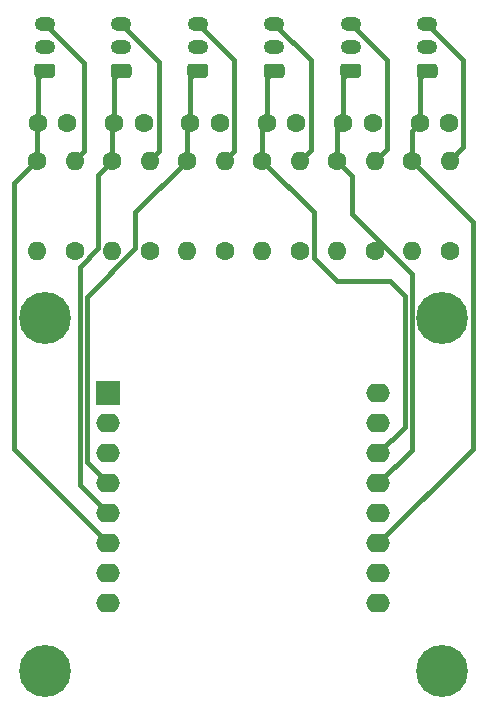
<source format=gbr>
%TF.GenerationSoftware,KiCad,Pcbnew,(5.1.9)-1*%
%TF.CreationDate,2021-04-06T17:35:40-04:00*%
%TF.ProjectId,button_box,62757474-6f6e-45f6-926f-782e6b696361,rev?*%
%TF.SameCoordinates,Original*%
%TF.FileFunction,Copper,L1,Top*%
%TF.FilePolarity,Positive*%
%FSLAX46Y46*%
G04 Gerber Fmt 4.6, Leading zero omitted, Abs format (unit mm)*
G04 Created by KiCad (PCBNEW (5.1.9)-1) date 2021-04-06 17:35:40*
%MOMM*%
%LPD*%
G01*
G04 APERTURE LIST*
%TA.AperFunction,ComponentPad*%
%ADD10C,4.400000*%
%TD*%
%TA.AperFunction,ComponentPad*%
%ADD11O,2.000000X1.600000*%
%TD*%
%TA.AperFunction,ComponentPad*%
%ADD12R,2.000000X2.000000*%
%TD*%
%TA.AperFunction,ComponentPad*%
%ADD13O,1.600000X1.600000*%
%TD*%
%TA.AperFunction,ComponentPad*%
%ADD14C,1.600000*%
%TD*%
%TA.AperFunction,ComponentPad*%
%ADD15O,1.750000X1.200000*%
%TD*%
%TA.AperFunction,Conductor*%
%ADD16C,0.400000*%
%TD*%
%TA.AperFunction,Conductor*%
%ADD17C,0.250000*%
%TD*%
G04 APERTURE END LIST*
D10*
%TO.P,hole,4*%
%TO.N,N/C*%
X107315000Y-102250000D03*
%TD*%
%TO.P,hole,3*%
%TO.N,N/C*%
X140970000Y-102250000D03*
%TD*%
%TO.P,hole,2*%
%TO.N,N/C*%
X140970000Y-132095000D03*
%TD*%
%TO.P,hole,1*%
%TO.N,N/C*%
X107315000Y-132095000D03*
%TD*%
D11*
%TO.P,U1,2*%
%TO.N,Net-(U1-Pad2)*%
X112710000Y-111140000D03*
D12*
%TO.P,U1,1*%
%TO.N,Net-(U1-Pad1)*%
X112710000Y-108600000D03*
D11*
%TO.P,U1,3*%
%TO.N,Net-(U1-Pad3)*%
X112710000Y-113680000D03*
%TO.P,U1,4*%
%TO.N,Net-(C3-Pad1)*%
X112710000Y-116220000D03*
%TO.P,U1,5*%
%TO.N,Net-(C2-Pad1)*%
X112710000Y-118760000D03*
%TO.P,U1,6*%
%TO.N,Net-(C1-Pad1)*%
X112710000Y-121300000D03*
%TO.P,U1,7*%
%TO.N,Net-(U1-Pad7)*%
X112710000Y-123840000D03*
%TO.P,U1,8*%
%TO.N,Net-(R10-Pad2)*%
X112710000Y-126380000D03*
%TO.P,U1,9*%
%TO.N,Net-(R1-Pad1)*%
X135570000Y-126380000D03*
%TO.P,U1,10*%
%TO.N,Net-(C1-Pad2)*%
X135570000Y-123840000D03*
%TO.P,U1,11*%
%TO.N,Net-(C6-Pad1)*%
X135570000Y-121300000D03*
%TO.P,U1,12*%
%TO.N,Net-(U1-Pad12)*%
X135570000Y-118760000D03*
%TO.P,U1,13*%
%TO.N,Net-(C5-Pad1)*%
X135570000Y-116220000D03*
%TO.P,U1,14*%
%TO.N,Net-(C4-Pad1)*%
X135570000Y-113680000D03*
%TO.P,U1,15*%
%TO.N,Net-(U1-Pad15)*%
X135570000Y-111140000D03*
%TO.P,U1,16*%
%TO.N,Net-(U1-Pad16)*%
X135570000Y-108600000D03*
%TD*%
D13*
%TO.P,R3,2*%
%TO.N,Net-(J4-Pad3)*%
X122555000Y-88900000D03*
D14*
%TO.P,R3,1*%
%TO.N,Net-(R1-Pad1)*%
X122555000Y-96520000D03*
%TD*%
%TO.P,C1,1*%
%TO.N,Net-(C1-Pad1)*%
X106720000Y-85725000D03*
%TO.P,C1,2*%
%TO.N,Net-(C1-Pad2)*%
X109220000Y-85725000D03*
%TD*%
%TO.P,C2,2*%
%TO.N,Net-(C1-Pad2)*%
X115689000Y-85725000D03*
%TO.P,C2,1*%
%TO.N,Net-(C2-Pad1)*%
X113189000Y-85725000D03*
%TD*%
%TO.P,C3,2*%
%TO.N,Net-(C1-Pad2)*%
X122158000Y-85725000D03*
%TO.P,C3,1*%
%TO.N,Net-(C3-Pad1)*%
X119658000Y-85725000D03*
%TD*%
%TO.P,C4,1*%
%TO.N,Net-(C4-Pad1)*%
X126127000Y-85725000D03*
%TO.P,C4,2*%
%TO.N,Net-(C1-Pad2)*%
X128627000Y-85725000D03*
%TD*%
%TO.P,C5,2*%
%TO.N,Net-(C1-Pad2)*%
X135096000Y-85725000D03*
%TO.P,C5,1*%
%TO.N,Net-(C5-Pad1)*%
X132596000Y-85725000D03*
%TD*%
%TO.P,C6,1*%
%TO.N,Net-(C6-Pad1)*%
X139065000Y-85725000D03*
%TO.P,C6,2*%
%TO.N,Net-(C1-Pad2)*%
X141565000Y-85725000D03*
%TD*%
D15*
%TO.P,J1,3*%
%TO.N,Net-(J1-Pad3)*%
X139700000Y-77280000D03*
%TO.P,J1,2*%
%TO.N,Net-(C1-Pad2)*%
X139700000Y-79280000D03*
%TO.P,J1,1*%
%TO.N,Net-(C6-Pad1)*%
%TA.AperFunction,ComponentPad*%
G36*
G01*
X140325001Y-81880000D02*
X139074999Y-81880000D01*
G75*
G02*
X138825000Y-81630001I0J249999D01*
G01*
X138825000Y-80929999D01*
G75*
G02*
X139074999Y-80680000I249999J0D01*
G01*
X140325001Y-80680000D01*
G75*
G02*
X140575000Y-80929999I0J-249999D01*
G01*
X140575000Y-81630001D01*
G75*
G02*
X140325001Y-81880000I-249999J0D01*
G01*
G37*
%TD.AperFunction*%
%TD*%
%TO.P,J2,1*%
%TO.N,Net-(C5-Pad1)*%
%TA.AperFunction,ComponentPad*%
G36*
G01*
X133848001Y-81880000D02*
X132597999Y-81880000D01*
G75*
G02*
X132348000Y-81630001I0J249999D01*
G01*
X132348000Y-80929999D01*
G75*
G02*
X132597999Y-80680000I249999J0D01*
G01*
X133848001Y-80680000D01*
G75*
G02*
X134098000Y-80929999I0J-249999D01*
G01*
X134098000Y-81630001D01*
G75*
G02*
X133848001Y-81880000I-249999J0D01*
G01*
G37*
%TD.AperFunction*%
%TO.P,J2,2*%
%TO.N,Net-(C1-Pad2)*%
X133223000Y-79280000D03*
%TO.P,J2,3*%
%TO.N,Net-(J2-Pad3)*%
X133223000Y-77280000D03*
%TD*%
%TO.P,J3,3*%
%TO.N,Net-(J3-Pad3)*%
X126746000Y-77280000D03*
%TO.P,J3,2*%
%TO.N,Net-(C1-Pad2)*%
X126746000Y-79280000D03*
%TO.P,J3,1*%
%TO.N,Net-(C4-Pad1)*%
%TA.AperFunction,ComponentPad*%
G36*
G01*
X127371001Y-81880000D02*
X126120999Y-81880000D01*
G75*
G02*
X125871000Y-81630001I0J249999D01*
G01*
X125871000Y-80929999D01*
G75*
G02*
X126120999Y-80680000I249999J0D01*
G01*
X127371001Y-80680000D01*
G75*
G02*
X127621000Y-80929999I0J-249999D01*
G01*
X127621000Y-81630001D01*
G75*
G02*
X127371001Y-81880000I-249999J0D01*
G01*
G37*
%TD.AperFunction*%
%TD*%
%TO.P,J4,1*%
%TO.N,Net-(C3-Pad1)*%
%TA.AperFunction,ComponentPad*%
G36*
G01*
X120894001Y-81880000D02*
X119643999Y-81880000D01*
G75*
G02*
X119394000Y-81630001I0J249999D01*
G01*
X119394000Y-80929999D01*
G75*
G02*
X119643999Y-80680000I249999J0D01*
G01*
X120894001Y-80680000D01*
G75*
G02*
X121144000Y-80929999I0J-249999D01*
G01*
X121144000Y-81630001D01*
G75*
G02*
X120894001Y-81880000I-249999J0D01*
G01*
G37*
%TD.AperFunction*%
%TO.P,J4,2*%
%TO.N,Net-(C1-Pad2)*%
X120269000Y-79280000D03*
%TO.P,J4,3*%
%TO.N,Net-(J4-Pad3)*%
X120269000Y-77280000D03*
%TD*%
%TO.P,J5,3*%
%TO.N,Net-(J5-Pad3)*%
X113792000Y-77280000D03*
%TO.P,J5,2*%
%TO.N,Net-(C1-Pad2)*%
X113792000Y-79280000D03*
%TO.P,J5,1*%
%TO.N,Net-(C2-Pad1)*%
%TA.AperFunction,ComponentPad*%
G36*
G01*
X114417001Y-81880000D02*
X113166999Y-81880000D01*
G75*
G02*
X112917000Y-81630001I0J249999D01*
G01*
X112917000Y-80929999D01*
G75*
G02*
X113166999Y-80680000I249999J0D01*
G01*
X114417001Y-80680000D01*
G75*
G02*
X114667000Y-80929999I0J-249999D01*
G01*
X114667000Y-81630001D01*
G75*
G02*
X114417001Y-81880000I-249999J0D01*
G01*
G37*
%TD.AperFunction*%
%TD*%
%TO.P,J6,1*%
%TO.N,Net-(C1-Pad1)*%
%TA.AperFunction,ComponentPad*%
G36*
G01*
X107940001Y-81880000D02*
X106689999Y-81880000D01*
G75*
G02*
X106440000Y-81630001I0J249999D01*
G01*
X106440000Y-80929999D01*
G75*
G02*
X106689999Y-80680000I249999J0D01*
G01*
X107940001Y-80680000D01*
G75*
G02*
X108190000Y-80929999I0J-249999D01*
G01*
X108190000Y-81630001D01*
G75*
G02*
X107940001Y-81880000I-249999J0D01*
G01*
G37*
%TD.AperFunction*%
%TO.P,J6,2*%
%TO.N,Net-(C1-Pad2)*%
X107315000Y-79280000D03*
%TO.P,J6,3*%
%TO.N,Net-(J6-Pad3)*%
X107315000Y-77280000D03*
%TD*%
D13*
%TO.P,R1,2*%
%TO.N,Net-(J6-Pad3)*%
X109855000Y-88900000D03*
D14*
%TO.P,R1,1*%
%TO.N,Net-(R1-Pad1)*%
X109855000Y-96520000D03*
%TD*%
%TO.P,R2,1*%
%TO.N,Net-(R1-Pad1)*%
X116205000Y-96520000D03*
D13*
%TO.P,R2,2*%
%TO.N,Net-(J5-Pad3)*%
X116205000Y-88900000D03*
%TD*%
D14*
%TO.P,R4,1*%
%TO.N,Net-(R1-Pad1)*%
X128905000Y-96520000D03*
D13*
%TO.P,R4,2*%
%TO.N,Net-(J3-Pad3)*%
X128905000Y-88900000D03*
%TD*%
%TO.P,R5,2*%
%TO.N,Net-(J2-Pad3)*%
X135255000Y-88900000D03*
D14*
%TO.P,R5,1*%
%TO.N,Net-(R1-Pad1)*%
X135255000Y-96520000D03*
%TD*%
%TO.P,R6,1*%
%TO.N,Net-(R1-Pad1)*%
X141605000Y-96520000D03*
D13*
%TO.P,R6,2*%
%TO.N,Net-(J1-Pad3)*%
X141605000Y-88900000D03*
%TD*%
%TO.P,R7,2*%
%TO.N,Net-(R10-Pad2)*%
X106680000Y-96520000D03*
D14*
%TO.P,R7,1*%
%TO.N,Net-(C1-Pad1)*%
X106680000Y-88900000D03*
%TD*%
%TO.P,R8,1*%
%TO.N,Net-(C2-Pad1)*%
X113030000Y-88900000D03*
D13*
%TO.P,R8,2*%
%TO.N,Net-(R10-Pad2)*%
X113030000Y-96520000D03*
%TD*%
%TO.P,R9,2*%
%TO.N,Net-(R10-Pad2)*%
X119380000Y-96520000D03*
D14*
%TO.P,R9,1*%
%TO.N,Net-(C3-Pad1)*%
X119380000Y-88900000D03*
%TD*%
%TO.P,R10,1*%
%TO.N,Net-(C4-Pad1)*%
X125730000Y-88900000D03*
D13*
%TO.P,R10,2*%
%TO.N,Net-(R10-Pad2)*%
X125730000Y-96520000D03*
%TD*%
%TO.P,R11,2*%
%TO.N,Net-(R10-Pad2)*%
X132080000Y-96520000D03*
D14*
%TO.P,R11,1*%
%TO.N,Net-(C5-Pad1)*%
X132080000Y-88900000D03*
%TD*%
%TO.P,R12,1*%
%TO.N,Net-(C6-Pad1)*%
X138430000Y-88900000D03*
D13*
%TO.P,R12,2*%
%TO.N,Net-(R10-Pad2)*%
X138430000Y-96520000D03*
%TD*%
D16*
%TO.N,Net-(C1-Pad1)*%
X106680000Y-85765000D02*
X106720000Y-85725000D01*
X106680000Y-88900000D02*
X106680000Y-85765000D01*
X106720000Y-81875000D02*
X107315000Y-81280000D01*
X106720000Y-85725000D02*
X106720000Y-81875000D01*
X104714999Y-90820000D02*
X106680000Y-88854999D01*
X112710000Y-121300000D02*
X104714999Y-113304999D01*
X104714999Y-113304999D02*
X104714999Y-90820000D01*
%TO.N,Net-(C2-Pad1)*%
X113030000Y-85884000D02*
X113189000Y-85725000D01*
X113030000Y-88900000D02*
X113030000Y-85884000D01*
X113189000Y-81883000D02*
X113792000Y-81280000D01*
X113189000Y-85725000D02*
X113189000Y-81883000D01*
X111829999Y-96321003D02*
X111829999Y-90100001D01*
X111829999Y-90100001D02*
X113030000Y-88900000D01*
X110270990Y-97880012D02*
X111829999Y-96321003D01*
X112710000Y-118760000D02*
X110270990Y-116320990D01*
X110270990Y-116320990D02*
X110270990Y-97880012D01*
%TO.N,Net-(C3-Pad1)*%
X119380000Y-86003000D02*
X119658000Y-85725000D01*
X119380000Y-88900000D02*
X119380000Y-86003000D01*
X119658000Y-81891000D02*
X120269000Y-81280000D01*
X119658000Y-85725000D02*
X119658000Y-81891000D01*
X119380000Y-88900000D02*
X118873998Y-88900000D01*
X112710000Y-116220000D02*
X110871000Y-114381000D01*
X115004999Y-93275001D02*
X119380000Y-88900000D01*
X115004999Y-96321003D02*
X115004999Y-93275001D01*
X110871000Y-100455002D02*
X115004999Y-96321003D01*
X110871000Y-114381000D02*
X110871000Y-100455002D01*
%TO.N,Net-(C4-Pad1)*%
X125730000Y-86122000D02*
X126127000Y-85725000D01*
X125730000Y-88900000D02*
X125730000Y-86122000D01*
X126127000Y-81899000D02*
X126746000Y-81280000D01*
X126127000Y-85725000D02*
X126127000Y-81899000D01*
X135570000Y-113680000D02*
X137795000Y-111455000D01*
X130105001Y-93275001D02*
X125730000Y-88900000D01*
X130105001Y-97096001D02*
X130105001Y-93275001D01*
X132087012Y-99078012D02*
X130105001Y-97096001D01*
X137795000Y-111455000D02*
X137795000Y-106695000D01*
X137795000Y-106695000D02*
X137795000Y-100345000D01*
X137795000Y-100345000D02*
X136525000Y-99075000D01*
X136525000Y-99075000D02*
X132080000Y-99075000D01*
%TO.N,Net-(C5-Pad1)*%
X132080000Y-86241000D02*
X132596000Y-85725000D01*
X132080000Y-88900000D02*
X132080000Y-86241000D01*
X132596000Y-81907000D02*
X133223000Y-81280000D01*
X132596000Y-85725000D02*
X132596000Y-81907000D01*
X135570000Y-116220000D02*
X138430000Y-113360000D01*
X138430000Y-98478002D02*
X133350000Y-93398002D01*
X138430000Y-113360000D02*
X138430000Y-98478002D01*
X133350000Y-90170000D02*
X132080000Y-88900000D01*
X133350000Y-93398002D02*
X133350000Y-90170000D01*
%TO.N,Net-(C6-Pad1)*%
X138430000Y-86360000D02*
X139065000Y-85725000D01*
X138430000Y-88900000D02*
X138430000Y-86360000D01*
X139065000Y-81915000D02*
X139700000Y-81280000D01*
X139065000Y-85725000D02*
X139065000Y-81915000D01*
D17*
X135570000Y-121300000D02*
X134821004Y-121300000D01*
X138430000Y-88915000D02*
X138430000Y-88900000D01*
D16*
X143570001Y-94040001D02*
X138430000Y-88900000D01*
X143570001Y-113299999D02*
X143570001Y-94040001D01*
X135570000Y-121300000D02*
X143570001Y-113299999D01*
%TO.N,Net-(J1-Pad3)*%
X142765001Y-80345001D02*
X139700000Y-77280000D01*
X142765001Y-87739999D02*
X142765001Y-80345001D01*
X141605000Y-88900000D02*
X142765001Y-87739999D01*
%TO.N,Net-(J2-Pad3)*%
X136296001Y-80353001D02*
X133223000Y-77280000D01*
X136296001Y-87858999D02*
X136296001Y-80353001D01*
X135255000Y-88900000D02*
X136296001Y-87858999D01*
%TO.N,Net-(J3-Pad3)*%
X129827001Y-80361001D02*
X126746000Y-77280000D01*
X129827001Y-87977999D02*
X129827001Y-80361001D01*
X128905000Y-88900000D02*
X129827001Y-87977999D01*
%TO.N,Net-(J4-Pad3)*%
X123358001Y-80369001D02*
X120269000Y-77280000D01*
X123358001Y-88096999D02*
X123358001Y-80369001D01*
X122555000Y-88900000D02*
X123358001Y-88096999D01*
%TO.N,Net-(J5-Pad3)*%
X117004999Y-80492999D02*
X113792000Y-77280000D01*
X117004999Y-88100001D02*
X117004999Y-80492999D01*
X116205000Y-88900000D02*
X117004999Y-88100001D01*
%TO.N,Net-(J6-Pad3)*%
X110654999Y-88100001D02*
X110654999Y-80619999D01*
X110654999Y-80619999D02*
X107315000Y-77280000D01*
X109855000Y-88900000D02*
X110654999Y-88100001D01*
%TD*%
M02*

</source>
